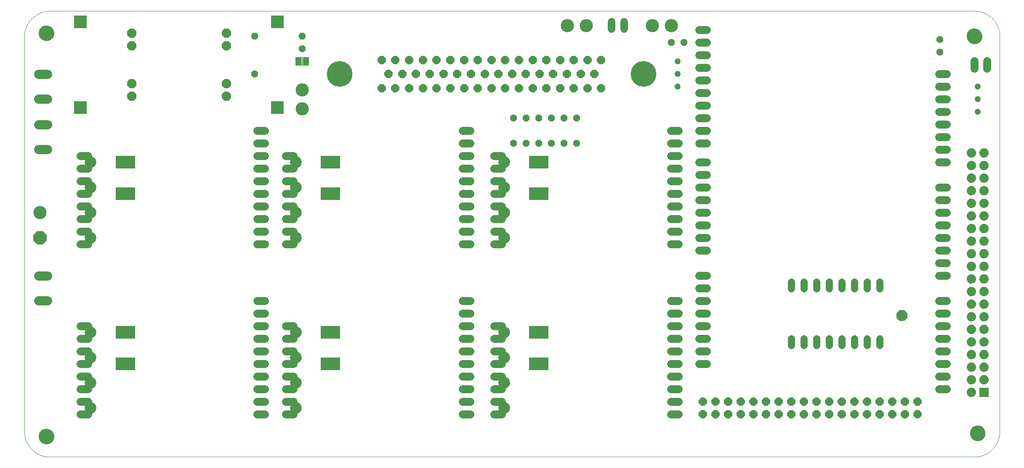
<source format=gts>
G04 EAGLE Gerber RS-274X export*
G75*
%MOMM*%
%FSLAX34Y34*%
%LPD*%
%INTop Soldermask*%
%IPPOS*%
%AMOC8*
5,1,8,0,0,1.08239X$1,22.5*%
G01*
%ADD10C,0.000000*%
%ADD11C,2.641600*%
%ADD12P,2.859241X8X292.500000*%
%ADD13P,1.539592X8X112.500000*%
%ADD14P,1.759533X8X202.500000*%
%ADD15C,5.181600*%
%ADD16C,1.892300*%
%ADD17C,1.625600*%
%ADD18P,1.759533X8X22.500000*%
%ADD19R,1.879600X1.879600*%
%ADD20C,1.879600*%
%ADD21R,3.911600X2.601600*%
%ADD22C,3.101600*%
%ADD23C,1.219200*%
%ADD24P,1.539592X8X292.500000*%
%ADD25C,1.422400*%
%ADD26R,1.270000X1.701800*%
%ADD27R,0.152400X1.828800*%
%ADD28C,2.654300*%
%ADD29P,2.034460X8X22.500000*%
%ADD30R,2.601600X2.601600*%
%ADD31C,2.351600*%
%ADD32P,1.539592X8X202.500000*%
%ADD33C,1.524000*%
%ADD34P,2.446851X8X22.500000*%


D10*
X51000Y760D02*
X1911350Y760D01*
X1912578Y775D01*
X1913804Y819D01*
X1915030Y893D01*
X1916253Y997D01*
X1917473Y1130D01*
X1918690Y1293D01*
X1919903Y1485D01*
X1921110Y1706D01*
X1922312Y1957D01*
X1923507Y2236D01*
X1924696Y2544D01*
X1925876Y2881D01*
X1927048Y3246D01*
X1928211Y3640D01*
X1929364Y4061D01*
X1930506Y4510D01*
X1931638Y4987D01*
X1932757Y5491D01*
X1933864Y6022D01*
X1934958Y6579D01*
X1936038Y7162D01*
X1937104Y7772D01*
X1938154Y8407D01*
X1939189Y9067D01*
X1940208Y9752D01*
X1941209Y10462D01*
X1942194Y11195D01*
X1943160Y11953D01*
X1944108Y12733D01*
X1945037Y13536D01*
X1945946Y14361D01*
X1946834Y15208D01*
X1947702Y16076D01*
X1948549Y16964D01*
X1949374Y17873D01*
X1950177Y18802D01*
X1950957Y19750D01*
X1951715Y20716D01*
X1952448Y21701D01*
X1953158Y22702D01*
X1953843Y23721D01*
X1954503Y24756D01*
X1955138Y25806D01*
X1955748Y26872D01*
X1956331Y27952D01*
X1956888Y29046D01*
X1957419Y30153D01*
X1957923Y31272D01*
X1958400Y32404D01*
X1958849Y33546D01*
X1959270Y34699D01*
X1959664Y35862D01*
X1960029Y37034D01*
X1960366Y38214D01*
X1960674Y39403D01*
X1960953Y40598D01*
X1961204Y41800D01*
X1961425Y43007D01*
X1961617Y44220D01*
X1961780Y45437D01*
X1961913Y46657D01*
X1962017Y47880D01*
X1962091Y49106D01*
X1962135Y50332D01*
X1962150Y51560D01*
X1962150Y848360D01*
X1962135Y849588D01*
X1962091Y850814D01*
X1962017Y852040D01*
X1961913Y853263D01*
X1961780Y854483D01*
X1961617Y855700D01*
X1961425Y856913D01*
X1961204Y858120D01*
X1960953Y859322D01*
X1960674Y860517D01*
X1960366Y861706D01*
X1960029Y862886D01*
X1959664Y864058D01*
X1959270Y865221D01*
X1958849Y866374D01*
X1958400Y867516D01*
X1957923Y868648D01*
X1957419Y869767D01*
X1956888Y870874D01*
X1956331Y871968D01*
X1955748Y873048D01*
X1955138Y874114D01*
X1954503Y875164D01*
X1953843Y876199D01*
X1953158Y877218D01*
X1952448Y878219D01*
X1951715Y879204D01*
X1950957Y880170D01*
X1950177Y881118D01*
X1949374Y882047D01*
X1948549Y882956D01*
X1947702Y883844D01*
X1946834Y884712D01*
X1945946Y885559D01*
X1945037Y886384D01*
X1944108Y887187D01*
X1943160Y887967D01*
X1942194Y888725D01*
X1941209Y889458D01*
X1940208Y890168D01*
X1939189Y890853D01*
X1938154Y891513D01*
X1937104Y892148D01*
X1936038Y892758D01*
X1934958Y893341D01*
X1933864Y893898D01*
X1932757Y894429D01*
X1931638Y894933D01*
X1930506Y895410D01*
X1929364Y895859D01*
X1928211Y896280D01*
X1927048Y896674D01*
X1925876Y897039D01*
X1924696Y897376D01*
X1923507Y897684D01*
X1922312Y897963D01*
X1921110Y898214D01*
X1919903Y898435D01*
X1918690Y898627D01*
X1917473Y898790D01*
X1916253Y898923D01*
X1915030Y899027D01*
X1913804Y899101D01*
X1912578Y899145D01*
X1911350Y899160D01*
X51000Y899160D01*
X49772Y899145D01*
X48546Y899101D01*
X47320Y899027D01*
X46097Y898923D01*
X44877Y898790D01*
X43660Y898627D01*
X42447Y898435D01*
X41240Y898214D01*
X40038Y897963D01*
X38843Y897684D01*
X37654Y897376D01*
X36474Y897039D01*
X35302Y896674D01*
X34139Y896280D01*
X32986Y895859D01*
X31844Y895410D01*
X30712Y894933D01*
X29593Y894429D01*
X28486Y893898D01*
X27392Y893341D01*
X26312Y892758D01*
X25246Y892148D01*
X24196Y891513D01*
X23161Y890853D01*
X22142Y890168D01*
X21141Y889458D01*
X20156Y888725D01*
X19190Y887967D01*
X18242Y887187D01*
X17313Y886384D01*
X16404Y885559D01*
X15516Y884712D01*
X14648Y883844D01*
X13801Y882956D01*
X12976Y882047D01*
X12173Y881118D01*
X11393Y880170D01*
X10635Y879204D01*
X9902Y878219D01*
X9192Y877218D01*
X8507Y876199D01*
X7847Y875164D01*
X7212Y874114D01*
X6602Y873048D01*
X6019Y871968D01*
X5462Y870874D01*
X4931Y869767D01*
X4427Y868648D01*
X3950Y867516D01*
X3501Y866374D01*
X3080Y865221D01*
X2686Y864058D01*
X2321Y862886D01*
X1984Y861706D01*
X1676Y860517D01*
X1397Y859322D01*
X1146Y858120D01*
X925Y856913D01*
X733Y855700D01*
X570Y854483D01*
X437Y853263D01*
X333Y852040D01*
X259Y850814D01*
X215Y849588D01*
X200Y848360D01*
X200Y51560D01*
X215Y50332D01*
X259Y49106D01*
X333Y47880D01*
X437Y46657D01*
X570Y45437D01*
X733Y44220D01*
X925Y43007D01*
X1146Y41800D01*
X1397Y40598D01*
X1676Y39403D01*
X1984Y38214D01*
X2321Y37034D01*
X2686Y35862D01*
X3080Y34699D01*
X3501Y33546D01*
X3950Y32404D01*
X4427Y31272D01*
X4931Y30153D01*
X5462Y29046D01*
X6019Y27952D01*
X6602Y26872D01*
X7212Y25806D01*
X7847Y24756D01*
X8507Y23721D01*
X9192Y22702D01*
X9902Y21701D01*
X10635Y20716D01*
X11393Y19750D01*
X12173Y18802D01*
X12976Y17873D01*
X13801Y16964D01*
X14648Y16076D01*
X15516Y15208D01*
X16404Y14361D01*
X17313Y13536D01*
X18242Y12733D01*
X19190Y11953D01*
X20156Y11195D01*
X21141Y10462D01*
X22142Y9752D01*
X23161Y9067D01*
X24196Y8407D01*
X25246Y7772D01*
X26312Y7162D01*
X27392Y6579D01*
X28486Y6022D01*
X29593Y5491D01*
X30712Y4987D01*
X31844Y4510D01*
X32986Y4061D01*
X34139Y3640D01*
X35302Y3246D01*
X36474Y2881D01*
X37654Y2544D01*
X38843Y2236D01*
X40038Y1957D01*
X41240Y1706D01*
X42447Y1485D01*
X43660Y1293D01*
X44877Y1130D01*
X46097Y997D01*
X47320Y893D01*
X48546Y819D01*
X49772Y775D01*
X51000Y760D01*
D11*
X31750Y492760D03*
D12*
X31750Y441960D03*
D13*
X984250Y632460D03*
X984250Y683260D03*
X1009650Y632460D03*
X1009650Y683260D03*
X1035050Y632460D03*
X1035050Y683260D03*
X1085850Y632460D03*
X1085850Y683260D03*
X1060450Y632460D03*
X1060450Y683260D03*
X1111250Y632460D03*
X1111250Y683260D03*
D14*
X1160526Y800608D03*
X1133094Y800608D03*
X1105408Y800608D03*
X1077722Y800608D03*
X1050290Y800608D03*
X1022604Y800608D03*
X994918Y800608D03*
X967486Y800608D03*
X939800Y800608D03*
X912114Y800608D03*
X884682Y800608D03*
X856996Y800608D03*
X1146810Y772160D03*
X1119124Y772160D03*
X1091692Y772160D03*
X1064006Y772160D03*
X1036320Y772160D03*
X1008888Y772160D03*
X981202Y772160D03*
X953516Y772160D03*
X926084Y772160D03*
X898398Y772160D03*
X870712Y772160D03*
X829310Y800608D03*
X801878Y800608D03*
X774192Y800608D03*
X746506Y800608D03*
X843280Y772160D03*
X815594Y772160D03*
X787908Y772160D03*
X760476Y772160D03*
X719074Y800608D03*
X732790Y772160D03*
X1160526Y743712D03*
X1133094Y743712D03*
X1105408Y743712D03*
X1077722Y743712D03*
X1050290Y743712D03*
X1022604Y743712D03*
X994918Y743712D03*
X967486Y743712D03*
X939800Y743712D03*
X912114Y743712D03*
X884682Y743712D03*
X856996Y743712D03*
X829310Y743712D03*
X801878Y743712D03*
X774192Y743712D03*
X746506Y743712D03*
X719074Y743712D03*
D15*
X634238Y772160D03*
X1245362Y772160D03*
D16*
X47054Y620160D02*
X29147Y620160D01*
X29147Y670160D02*
X47054Y670160D01*
D17*
X1840230Y721360D02*
X1855470Y721360D01*
X1855470Y695960D02*
X1840230Y695960D01*
X1840230Y670560D02*
X1855470Y670560D01*
X1855470Y645160D02*
X1840230Y645160D01*
X1840230Y619760D02*
X1855470Y619760D01*
X1855470Y594360D02*
X1840230Y594360D01*
X1840230Y543560D02*
X1855470Y543560D01*
X1855470Y518160D02*
X1840230Y518160D01*
X1840230Y492760D02*
X1855470Y492760D01*
X1855470Y467360D02*
X1840230Y467360D01*
X1840230Y441960D02*
X1855470Y441960D01*
X1855470Y416560D02*
X1840230Y416560D01*
X1840230Y391160D02*
X1855470Y391160D01*
X1855470Y365760D02*
X1840230Y365760D01*
X1840230Y314960D02*
X1855470Y314960D01*
X1855470Y289560D02*
X1840230Y289560D01*
X1840230Y264160D02*
X1855470Y264160D01*
X1855470Y238760D02*
X1840230Y238760D01*
X1840230Y213360D02*
X1855470Y213360D01*
X1855470Y187960D02*
X1840230Y187960D01*
X1840230Y162560D02*
X1855470Y162560D01*
X1855470Y137160D02*
X1840230Y137160D01*
X1372870Y187960D02*
X1357630Y187960D01*
X1357630Y213360D02*
X1372870Y213360D01*
X1372870Y238760D02*
X1357630Y238760D01*
X1357630Y264160D02*
X1372870Y264160D01*
X1372870Y289560D02*
X1357630Y289560D01*
X1357630Y314960D02*
X1372870Y314960D01*
X1372870Y340360D02*
X1357630Y340360D01*
X1357630Y365760D02*
X1372870Y365760D01*
X1372870Y416560D02*
X1357630Y416560D01*
X1357630Y441960D02*
X1372870Y441960D01*
X1372870Y467360D02*
X1357630Y467360D01*
X1357630Y492760D02*
X1372870Y492760D01*
X1372870Y518160D02*
X1357630Y518160D01*
X1357630Y543560D02*
X1372870Y543560D01*
X1372870Y568960D02*
X1357630Y568960D01*
X1357630Y594360D02*
X1372870Y594360D01*
X1372870Y632460D02*
X1357630Y632460D01*
X1357630Y657860D02*
X1372870Y657860D01*
X1372870Y683260D02*
X1357630Y683260D01*
X1357630Y708660D02*
X1372870Y708660D01*
X1372870Y734060D02*
X1357630Y734060D01*
X1357630Y759460D02*
X1372870Y759460D01*
X1372870Y784860D02*
X1357630Y784860D01*
X1357630Y810260D02*
X1372870Y810260D01*
D18*
X1365250Y111760D03*
X1365250Y86360D03*
X1390650Y111760D03*
X1390650Y86360D03*
X1416050Y111760D03*
X1416050Y86360D03*
X1441450Y111760D03*
X1441450Y86360D03*
X1466850Y111760D03*
X1466850Y86360D03*
X1492250Y111760D03*
X1492250Y86360D03*
X1517650Y111760D03*
X1517650Y86360D03*
X1543050Y111760D03*
X1543050Y86360D03*
X1568450Y111760D03*
X1568450Y86360D03*
X1593850Y111760D03*
X1593850Y86360D03*
X1619250Y111760D03*
X1619250Y86360D03*
X1644650Y111760D03*
X1644650Y86360D03*
X1670050Y111760D03*
X1670050Y86360D03*
X1695450Y111760D03*
X1695450Y86360D03*
X1720850Y111760D03*
X1720850Y86360D03*
X1746250Y111760D03*
X1746250Y86360D03*
X1771650Y111760D03*
X1771650Y86360D03*
X1797050Y111760D03*
X1797050Y86360D03*
D17*
X1372870Y835660D02*
X1357630Y835660D01*
X1357630Y861060D02*
X1372870Y861060D01*
X1840230Y772160D02*
X1855470Y772160D01*
X1855470Y746760D02*
X1840230Y746760D01*
D19*
X1930400Y130810D03*
D20*
X1905000Y130810D03*
X1930400Y156210D03*
X1905000Y156210D03*
X1930400Y181610D03*
X1905000Y181610D03*
X1930400Y207010D03*
X1905000Y207010D03*
X1930400Y232410D03*
X1905000Y232410D03*
X1930400Y257810D03*
X1905000Y257810D03*
X1930400Y283210D03*
X1905000Y283210D03*
X1930400Y308610D03*
X1905000Y308610D03*
X1930400Y334010D03*
X1905000Y334010D03*
X1930400Y359410D03*
X1905000Y359410D03*
X1930400Y384810D03*
X1905000Y384810D03*
X1930400Y410210D03*
X1905000Y410210D03*
X1930400Y435610D03*
X1905000Y435610D03*
X1930400Y461010D03*
X1905000Y461010D03*
X1930400Y486410D03*
X1905000Y486410D03*
X1930400Y511810D03*
X1905000Y511810D03*
X1930400Y537210D03*
X1905000Y537210D03*
X1930400Y562610D03*
X1905000Y562610D03*
X1930400Y588010D03*
X1905000Y588010D03*
X1930400Y613410D03*
X1905000Y613410D03*
D21*
X1035050Y594360D03*
X1035050Y530860D03*
D10*
X29450Y41910D02*
X29455Y42278D01*
X29468Y42646D01*
X29491Y43013D01*
X29522Y43380D01*
X29563Y43746D01*
X29612Y44111D01*
X29671Y44474D01*
X29738Y44836D01*
X29814Y45197D01*
X29900Y45555D01*
X29993Y45911D01*
X30096Y46264D01*
X30207Y46615D01*
X30327Y46963D01*
X30455Y47308D01*
X30592Y47650D01*
X30737Y47989D01*
X30890Y48323D01*
X31052Y48654D01*
X31221Y48981D01*
X31399Y49303D01*
X31584Y49622D01*
X31777Y49935D01*
X31978Y50244D01*
X32186Y50547D01*
X32402Y50845D01*
X32625Y51138D01*
X32855Y51426D01*
X33092Y51708D01*
X33336Y51983D01*
X33586Y52253D01*
X33843Y52517D01*
X34107Y52774D01*
X34377Y53024D01*
X34652Y53268D01*
X34934Y53505D01*
X35222Y53735D01*
X35515Y53958D01*
X35813Y54174D01*
X36116Y54382D01*
X36425Y54583D01*
X36738Y54776D01*
X37057Y54961D01*
X37379Y55139D01*
X37706Y55308D01*
X38037Y55470D01*
X38371Y55623D01*
X38710Y55768D01*
X39052Y55905D01*
X39397Y56033D01*
X39745Y56153D01*
X40096Y56264D01*
X40449Y56367D01*
X40805Y56460D01*
X41163Y56546D01*
X41524Y56622D01*
X41886Y56689D01*
X42249Y56748D01*
X42614Y56797D01*
X42980Y56838D01*
X43347Y56869D01*
X43714Y56892D01*
X44082Y56905D01*
X44450Y56910D01*
X44818Y56905D01*
X45186Y56892D01*
X45553Y56869D01*
X45920Y56838D01*
X46286Y56797D01*
X46651Y56748D01*
X47014Y56689D01*
X47376Y56622D01*
X47737Y56546D01*
X48095Y56460D01*
X48451Y56367D01*
X48804Y56264D01*
X49155Y56153D01*
X49503Y56033D01*
X49848Y55905D01*
X50190Y55768D01*
X50529Y55623D01*
X50863Y55470D01*
X51194Y55308D01*
X51521Y55139D01*
X51843Y54961D01*
X52162Y54776D01*
X52475Y54583D01*
X52784Y54382D01*
X53087Y54174D01*
X53385Y53958D01*
X53678Y53735D01*
X53966Y53505D01*
X54248Y53268D01*
X54523Y53024D01*
X54793Y52774D01*
X55057Y52517D01*
X55314Y52253D01*
X55564Y51983D01*
X55808Y51708D01*
X56045Y51426D01*
X56275Y51138D01*
X56498Y50845D01*
X56714Y50547D01*
X56922Y50244D01*
X57123Y49935D01*
X57316Y49622D01*
X57501Y49303D01*
X57679Y48981D01*
X57848Y48654D01*
X58010Y48323D01*
X58163Y47989D01*
X58308Y47650D01*
X58445Y47308D01*
X58573Y46963D01*
X58693Y46615D01*
X58804Y46264D01*
X58907Y45911D01*
X59000Y45555D01*
X59086Y45197D01*
X59162Y44836D01*
X59229Y44474D01*
X59288Y44111D01*
X59337Y43746D01*
X59378Y43380D01*
X59409Y43013D01*
X59432Y42646D01*
X59445Y42278D01*
X59450Y41910D01*
X59445Y41542D01*
X59432Y41174D01*
X59409Y40807D01*
X59378Y40440D01*
X59337Y40074D01*
X59288Y39709D01*
X59229Y39346D01*
X59162Y38984D01*
X59086Y38623D01*
X59000Y38265D01*
X58907Y37909D01*
X58804Y37556D01*
X58693Y37205D01*
X58573Y36857D01*
X58445Y36512D01*
X58308Y36170D01*
X58163Y35831D01*
X58010Y35497D01*
X57848Y35166D01*
X57679Y34839D01*
X57501Y34517D01*
X57316Y34198D01*
X57123Y33885D01*
X56922Y33576D01*
X56714Y33273D01*
X56498Y32975D01*
X56275Y32682D01*
X56045Y32394D01*
X55808Y32112D01*
X55564Y31837D01*
X55314Y31567D01*
X55057Y31303D01*
X54793Y31046D01*
X54523Y30796D01*
X54248Y30552D01*
X53966Y30315D01*
X53678Y30085D01*
X53385Y29862D01*
X53087Y29646D01*
X52784Y29438D01*
X52475Y29237D01*
X52162Y29044D01*
X51843Y28859D01*
X51521Y28681D01*
X51194Y28512D01*
X50863Y28350D01*
X50529Y28197D01*
X50190Y28052D01*
X49848Y27915D01*
X49503Y27787D01*
X49155Y27667D01*
X48804Y27556D01*
X48451Y27453D01*
X48095Y27360D01*
X47737Y27274D01*
X47376Y27198D01*
X47014Y27131D01*
X46651Y27072D01*
X46286Y27023D01*
X45920Y26982D01*
X45553Y26951D01*
X45186Y26928D01*
X44818Y26915D01*
X44450Y26910D01*
X44082Y26915D01*
X43714Y26928D01*
X43347Y26951D01*
X42980Y26982D01*
X42614Y27023D01*
X42249Y27072D01*
X41886Y27131D01*
X41524Y27198D01*
X41163Y27274D01*
X40805Y27360D01*
X40449Y27453D01*
X40096Y27556D01*
X39745Y27667D01*
X39397Y27787D01*
X39052Y27915D01*
X38710Y28052D01*
X38371Y28197D01*
X38037Y28350D01*
X37706Y28512D01*
X37379Y28681D01*
X37057Y28859D01*
X36738Y29044D01*
X36425Y29237D01*
X36116Y29438D01*
X35813Y29646D01*
X35515Y29862D01*
X35222Y30085D01*
X34934Y30315D01*
X34652Y30552D01*
X34377Y30796D01*
X34107Y31046D01*
X33843Y31303D01*
X33586Y31567D01*
X33336Y31837D01*
X33092Y32112D01*
X32855Y32394D01*
X32625Y32682D01*
X32402Y32975D01*
X32186Y33273D01*
X31978Y33576D01*
X31777Y33885D01*
X31584Y34198D01*
X31399Y34517D01*
X31221Y34839D01*
X31052Y35166D01*
X30890Y35497D01*
X30737Y35831D01*
X30592Y36170D01*
X30455Y36512D01*
X30327Y36857D01*
X30207Y37205D01*
X30096Y37556D01*
X29993Y37909D01*
X29900Y38265D01*
X29814Y38623D01*
X29738Y38984D01*
X29671Y39346D01*
X29612Y39709D01*
X29563Y40074D01*
X29522Y40440D01*
X29491Y40807D01*
X29468Y41174D01*
X29455Y41542D01*
X29450Y41910D01*
D22*
X44450Y41910D03*
D10*
X29450Y854710D02*
X29455Y855078D01*
X29468Y855446D01*
X29491Y855813D01*
X29522Y856180D01*
X29563Y856546D01*
X29612Y856911D01*
X29671Y857274D01*
X29738Y857636D01*
X29814Y857997D01*
X29900Y858355D01*
X29993Y858711D01*
X30096Y859064D01*
X30207Y859415D01*
X30327Y859763D01*
X30455Y860108D01*
X30592Y860450D01*
X30737Y860789D01*
X30890Y861123D01*
X31052Y861454D01*
X31221Y861781D01*
X31399Y862103D01*
X31584Y862422D01*
X31777Y862735D01*
X31978Y863044D01*
X32186Y863347D01*
X32402Y863645D01*
X32625Y863938D01*
X32855Y864226D01*
X33092Y864508D01*
X33336Y864783D01*
X33586Y865053D01*
X33843Y865317D01*
X34107Y865574D01*
X34377Y865824D01*
X34652Y866068D01*
X34934Y866305D01*
X35222Y866535D01*
X35515Y866758D01*
X35813Y866974D01*
X36116Y867182D01*
X36425Y867383D01*
X36738Y867576D01*
X37057Y867761D01*
X37379Y867939D01*
X37706Y868108D01*
X38037Y868270D01*
X38371Y868423D01*
X38710Y868568D01*
X39052Y868705D01*
X39397Y868833D01*
X39745Y868953D01*
X40096Y869064D01*
X40449Y869167D01*
X40805Y869260D01*
X41163Y869346D01*
X41524Y869422D01*
X41886Y869489D01*
X42249Y869548D01*
X42614Y869597D01*
X42980Y869638D01*
X43347Y869669D01*
X43714Y869692D01*
X44082Y869705D01*
X44450Y869710D01*
X44818Y869705D01*
X45186Y869692D01*
X45553Y869669D01*
X45920Y869638D01*
X46286Y869597D01*
X46651Y869548D01*
X47014Y869489D01*
X47376Y869422D01*
X47737Y869346D01*
X48095Y869260D01*
X48451Y869167D01*
X48804Y869064D01*
X49155Y868953D01*
X49503Y868833D01*
X49848Y868705D01*
X50190Y868568D01*
X50529Y868423D01*
X50863Y868270D01*
X51194Y868108D01*
X51521Y867939D01*
X51843Y867761D01*
X52162Y867576D01*
X52475Y867383D01*
X52784Y867182D01*
X53087Y866974D01*
X53385Y866758D01*
X53678Y866535D01*
X53966Y866305D01*
X54248Y866068D01*
X54523Y865824D01*
X54793Y865574D01*
X55057Y865317D01*
X55314Y865053D01*
X55564Y864783D01*
X55808Y864508D01*
X56045Y864226D01*
X56275Y863938D01*
X56498Y863645D01*
X56714Y863347D01*
X56922Y863044D01*
X57123Y862735D01*
X57316Y862422D01*
X57501Y862103D01*
X57679Y861781D01*
X57848Y861454D01*
X58010Y861123D01*
X58163Y860789D01*
X58308Y860450D01*
X58445Y860108D01*
X58573Y859763D01*
X58693Y859415D01*
X58804Y859064D01*
X58907Y858711D01*
X59000Y858355D01*
X59086Y857997D01*
X59162Y857636D01*
X59229Y857274D01*
X59288Y856911D01*
X59337Y856546D01*
X59378Y856180D01*
X59409Y855813D01*
X59432Y855446D01*
X59445Y855078D01*
X59450Y854710D01*
X59445Y854342D01*
X59432Y853974D01*
X59409Y853607D01*
X59378Y853240D01*
X59337Y852874D01*
X59288Y852509D01*
X59229Y852146D01*
X59162Y851784D01*
X59086Y851423D01*
X59000Y851065D01*
X58907Y850709D01*
X58804Y850356D01*
X58693Y850005D01*
X58573Y849657D01*
X58445Y849312D01*
X58308Y848970D01*
X58163Y848631D01*
X58010Y848297D01*
X57848Y847966D01*
X57679Y847639D01*
X57501Y847317D01*
X57316Y846998D01*
X57123Y846685D01*
X56922Y846376D01*
X56714Y846073D01*
X56498Y845775D01*
X56275Y845482D01*
X56045Y845194D01*
X55808Y844912D01*
X55564Y844637D01*
X55314Y844367D01*
X55057Y844103D01*
X54793Y843846D01*
X54523Y843596D01*
X54248Y843352D01*
X53966Y843115D01*
X53678Y842885D01*
X53385Y842662D01*
X53087Y842446D01*
X52784Y842238D01*
X52475Y842037D01*
X52162Y841844D01*
X51843Y841659D01*
X51521Y841481D01*
X51194Y841312D01*
X50863Y841150D01*
X50529Y840997D01*
X50190Y840852D01*
X49848Y840715D01*
X49503Y840587D01*
X49155Y840467D01*
X48804Y840356D01*
X48451Y840253D01*
X48095Y840160D01*
X47737Y840074D01*
X47376Y839998D01*
X47014Y839931D01*
X46651Y839872D01*
X46286Y839823D01*
X45920Y839782D01*
X45553Y839751D01*
X45186Y839728D01*
X44818Y839715D01*
X44450Y839710D01*
X44082Y839715D01*
X43714Y839728D01*
X43347Y839751D01*
X42980Y839782D01*
X42614Y839823D01*
X42249Y839872D01*
X41886Y839931D01*
X41524Y839998D01*
X41163Y840074D01*
X40805Y840160D01*
X40449Y840253D01*
X40096Y840356D01*
X39745Y840467D01*
X39397Y840587D01*
X39052Y840715D01*
X38710Y840852D01*
X38371Y840997D01*
X38037Y841150D01*
X37706Y841312D01*
X37379Y841481D01*
X37057Y841659D01*
X36738Y841844D01*
X36425Y842037D01*
X36116Y842238D01*
X35813Y842446D01*
X35515Y842662D01*
X35222Y842885D01*
X34934Y843115D01*
X34652Y843352D01*
X34377Y843596D01*
X34107Y843846D01*
X33843Y844103D01*
X33586Y844367D01*
X33336Y844637D01*
X33092Y844912D01*
X32855Y845194D01*
X32625Y845482D01*
X32402Y845775D01*
X32186Y846073D01*
X31978Y846376D01*
X31777Y846685D01*
X31584Y846998D01*
X31399Y847317D01*
X31221Y847639D01*
X31052Y847966D01*
X30890Y848297D01*
X30737Y848631D01*
X30592Y848970D01*
X30455Y849312D01*
X30327Y849657D01*
X30207Y850005D01*
X30096Y850356D01*
X29993Y850709D01*
X29900Y851065D01*
X29814Y851423D01*
X29738Y851784D01*
X29671Y852146D01*
X29612Y852509D01*
X29563Y852874D01*
X29522Y853240D01*
X29491Y853607D01*
X29468Y853974D01*
X29455Y854342D01*
X29450Y854710D01*
D22*
X44450Y854710D03*
D10*
X1896350Y848360D02*
X1896355Y848728D01*
X1896368Y849096D01*
X1896391Y849463D01*
X1896422Y849830D01*
X1896463Y850196D01*
X1896512Y850561D01*
X1896571Y850924D01*
X1896638Y851286D01*
X1896714Y851647D01*
X1896800Y852005D01*
X1896893Y852361D01*
X1896996Y852714D01*
X1897107Y853065D01*
X1897227Y853413D01*
X1897355Y853758D01*
X1897492Y854100D01*
X1897637Y854439D01*
X1897790Y854773D01*
X1897952Y855104D01*
X1898121Y855431D01*
X1898299Y855753D01*
X1898484Y856072D01*
X1898677Y856385D01*
X1898878Y856694D01*
X1899086Y856997D01*
X1899302Y857295D01*
X1899525Y857588D01*
X1899755Y857876D01*
X1899992Y858158D01*
X1900236Y858433D01*
X1900486Y858703D01*
X1900743Y858967D01*
X1901007Y859224D01*
X1901277Y859474D01*
X1901552Y859718D01*
X1901834Y859955D01*
X1902122Y860185D01*
X1902415Y860408D01*
X1902713Y860624D01*
X1903016Y860832D01*
X1903325Y861033D01*
X1903638Y861226D01*
X1903957Y861411D01*
X1904279Y861589D01*
X1904606Y861758D01*
X1904937Y861920D01*
X1905271Y862073D01*
X1905610Y862218D01*
X1905952Y862355D01*
X1906297Y862483D01*
X1906645Y862603D01*
X1906996Y862714D01*
X1907349Y862817D01*
X1907705Y862910D01*
X1908063Y862996D01*
X1908424Y863072D01*
X1908786Y863139D01*
X1909149Y863198D01*
X1909514Y863247D01*
X1909880Y863288D01*
X1910247Y863319D01*
X1910614Y863342D01*
X1910982Y863355D01*
X1911350Y863360D01*
X1911718Y863355D01*
X1912086Y863342D01*
X1912453Y863319D01*
X1912820Y863288D01*
X1913186Y863247D01*
X1913551Y863198D01*
X1913914Y863139D01*
X1914276Y863072D01*
X1914637Y862996D01*
X1914995Y862910D01*
X1915351Y862817D01*
X1915704Y862714D01*
X1916055Y862603D01*
X1916403Y862483D01*
X1916748Y862355D01*
X1917090Y862218D01*
X1917429Y862073D01*
X1917763Y861920D01*
X1918094Y861758D01*
X1918421Y861589D01*
X1918743Y861411D01*
X1919062Y861226D01*
X1919375Y861033D01*
X1919684Y860832D01*
X1919987Y860624D01*
X1920285Y860408D01*
X1920578Y860185D01*
X1920866Y859955D01*
X1921148Y859718D01*
X1921423Y859474D01*
X1921693Y859224D01*
X1921957Y858967D01*
X1922214Y858703D01*
X1922464Y858433D01*
X1922708Y858158D01*
X1922945Y857876D01*
X1923175Y857588D01*
X1923398Y857295D01*
X1923614Y856997D01*
X1923822Y856694D01*
X1924023Y856385D01*
X1924216Y856072D01*
X1924401Y855753D01*
X1924579Y855431D01*
X1924748Y855104D01*
X1924910Y854773D01*
X1925063Y854439D01*
X1925208Y854100D01*
X1925345Y853758D01*
X1925473Y853413D01*
X1925593Y853065D01*
X1925704Y852714D01*
X1925807Y852361D01*
X1925900Y852005D01*
X1925986Y851647D01*
X1926062Y851286D01*
X1926129Y850924D01*
X1926188Y850561D01*
X1926237Y850196D01*
X1926278Y849830D01*
X1926309Y849463D01*
X1926332Y849096D01*
X1926345Y848728D01*
X1926350Y848360D01*
X1926345Y847992D01*
X1926332Y847624D01*
X1926309Y847257D01*
X1926278Y846890D01*
X1926237Y846524D01*
X1926188Y846159D01*
X1926129Y845796D01*
X1926062Y845434D01*
X1925986Y845073D01*
X1925900Y844715D01*
X1925807Y844359D01*
X1925704Y844006D01*
X1925593Y843655D01*
X1925473Y843307D01*
X1925345Y842962D01*
X1925208Y842620D01*
X1925063Y842281D01*
X1924910Y841947D01*
X1924748Y841616D01*
X1924579Y841289D01*
X1924401Y840967D01*
X1924216Y840648D01*
X1924023Y840335D01*
X1923822Y840026D01*
X1923614Y839723D01*
X1923398Y839425D01*
X1923175Y839132D01*
X1922945Y838844D01*
X1922708Y838562D01*
X1922464Y838287D01*
X1922214Y838017D01*
X1921957Y837753D01*
X1921693Y837496D01*
X1921423Y837246D01*
X1921148Y837002D01*
X1920866Y836765D01*
X1920578Y836535D01*
X1920285Y836312D01*
X1919987Y836096D01*
X1919684Y835888D01*
X1919375Y835687D01*
X1919062Y835494D01*
X1918743Y835309D01*
X1918421Y835131D01*
X1918094Y834962D01*
X1917763Y834800D01*
X1917429Y834647D01*
X1917090Y834502D01*
X1916748Y834365D01*
X1916403Y834237D01*
X1916055Y834117D01*
X1915704Y834006D01*
X1915351Y833903D01*
X1914995Y833810D01*
X1914637Y833724D01*
X1914276Y833648D01*
X1913914Y833581D01*
X1913551Y833522D01*
X1913186Y833473D01*
X1912820Y833432D01*
X1912453Y833401D01*
X1912086Y833378D01*
X1911718Y833365D01*
X1911350Y833360D01*
X1910982Y833365D01*
X1910614Y833378D01*
X1910247Y833401D01*
X1909880Y833432D01*
X1909514Y833473D01*
X1909149Y833522D01*
X1908786Y833581D01*
X1908424Y833648D01*
X1908063Y833724D01*
X1907705Y833810D01*
X1907349Y833903D01*
X1906996Y834006D01*
X1906645Y834117D01*
X1906297Y834237D01*
X1905952Y834365D01*
X1905610Y834502D01*
X1905271Y834647D01*
X1904937Y834800D01*
X1904606Y834962D01*
X1904279Y835131D01*
X1903957Y835309D01*
X1903638Y835494D01*
X1903325Y835687D01*
X1903016Y835888D01*
X1902713Y836096D01*
X1902415Y836312D01*
X1902122Y836535D01*
X1901834Y836765D01*
X1901552Y837002D01*
X1901277Y837246D01*
X1901007Y837496D01*
X1900743Y837753D01*
X1900486Y838017D01*
X1900236Y838287D01*
X1899992Y838562D01*
X1899755Y838844D01*
X1899525Y839132D01*
X1899302Y839425D01*
X1899086Y839723D01*
X1898878Y840026D01*
X1898677Y840335D01*
X1898484Y840648D01*
X1898299Y840967D01*
X1898121Y841289D01*
X1897952Y841616D01*
X1897790Y841947D01*
X1897637Y842281D01*
X1897492Y842620D01*
X1897355Y842962D01*
X1897227Y843307D01*
X1897107Y843655D01*
X1896996Y844006D01*
X1896893Y844359D01*
X1896800Y844715D01*
X1896714Y845073D01*
X1896638Y845434D01*
X1896571Y845796D01*
X1896512Y846159D01*
X1896463Y846524D01*
X1896422Y846890D01*
X1896391Y847257D01*
X1896368Y847624D01*
X1896355Y847992D01*
X1896350Y848360D01*
D22*
X1911350Y848360D03*
D23*
X1917700Y746760D03*
X1917700Y721360D03*
X1917700Y695960D03*
D24*
X1841500Y842010D03*
X1841500Y816610D03*
D17*
X1911350Y798830D02*
X1911350Y783590D01*
X1936750Y783590D02*
X1936750Y798830D01*
D10*
X1902700Y48260D02*
X1902705Y48628D01*
X1902718Y48996D01*
X1902741Y49363D01*
X1902772Y49730D01*
X1902813Y50096D01*
X1902862Y50461D01*
X1902921Y50824D01*
X1902988Y51186D01*
X1903064Y51547D01*
X1903150Y51905D01*
X1903243Y52261D01*
X1903346Y52614D01*
X1903457Y52965D01*
X1903577Y53313D01*
X1903705Y53658D01*
X1903842Y54000D01*
X1903987Y54339D01*
X1904140Y54673D01*
X1904302Y55004D01*
X1904471Y55331D01*
X1904649Y55653D01*
X1904834Y55972D01*
X1905027Y56285D01*
X1905228Y56594D01*
X1905436Y56897D01*
X1905652Y57195D01*
X1905875Y57488D01*
X1906105Y57776D01*
X1906342Y58058D01*
X1906586Y58333D01*
X1906836Y58603D01*
X1907093Y58867D01*
X1907357Y59124D01*
X1907627Y59374D01*
X1907902Y59618D01*
X1908184Y59855D01*
X1908472Y60085D01*
X1908765Y60308D01*
X1909063Y60524D01*
X1909366Y60732D01*
X1909675Y60933D01*
X1909988Y61126D01*
X1910307Y61311D01*
X1910629Y61489D01*
X1910956Y61658D01*
X1911287Y61820D01*
X1911621Y61973D01*
X1911960Y62118D01*
X1912302Y62255D01*
X1912647Y62383D01*
X1912995Y62503D01*
X1913346Y62614D01*
X1913699Y62717D01*
X1914055Y62810D01*
X1914413Y62896D01*
X1914774Y62972D01*
X1915136Y63039D01*
X1915499Y63098D01*
X1915864Y63147D01*
X1916230Y63188D01*
X1916597Y63219D01*
X1916964Y63242D01*
X1917332Y63255D01*
X1917700Y63260D01*
X1918068Y63255D01*
X1918436Y63242D01*
X1918803Y63219D01*
X1919170Y63188D01*
X1919536Y63147D01*
X1919901Y63098D01*
X1920264Y63039D01*
X1920626Y62972D01*
X1920987Y62896D01*
X1921345Y62810D01*
X1921701Y62717D01*
X1922054Y62614D01*
X1922405Y62503D01*
X1922753Y62383D01*
X1923098Y62255D01*
X1923440Y62118D01*
X1923779Y61973D01*
X1924113Y61820D01*
X1924444Y61658D01*
X1924771Y61489D01*
X1925093Y61311D01*
X1925412Y61126D01*
X1925725Y60933D01*
X1926034Y60732D01*
X1926337Y60524D01*
X1926635Y60308D01*
X1926928Y60085D01*
X1927216Y59855D01*
X1927498Y59618D01*
X1927773Y59374D01*
X1928043Y59124D01*
X1928307Y58867D01*
X1928564Y58603D01*
X1928814Y58333D01*
X1929058Y58058D01*
X1929295Y57776D01*
X1929525Y57488D01*
X1929748Y57195D01*
X1929964Y56897D01*
X1930172Y56594D01*
X1930373Y56285D01*
X1930566Y55972D01*
X1930751Y55653D01*
X1930929Y55331D01*
X1931098Y55004D01*
X1931260Y54673D01*
X1931413Y54339D01*
X1931558Y54000D01*
X1931695Y53658D01*
X1931823Y53313D01*
X1931943Y52965D01*
X1932054Y52614D01*
X1932157Y52261D01*
X1932250Y51905D01*
X1932336Y51547D01*
X1932412Y51186D01*
X1932479Y50824D01*
X1932538Y50461D01*
X1932587Y50096D01*
X1932628Y49730D01*
X1932659Y49363D01*
X1932682Y48996D01*
X1932695Y48628D01*
X1932700Y48260D01*
X1932695Y47892D01*
X1932682Y47524D01*
X1932659Y47157D01*
X1932628Y46790D01*
X1932587Y46424D01*
X1932538Y46059D01*
X1932479Y45696D01*
X1932412Y45334D01*
X1932336Y44973D01*
X1932250Y44615D01*
X1932157Y44259D01*
X1932054Y43906D01*
X1931943Y43555D01*
X1931823Y43207D01*
X1931695Y42862D01*
X1931558Y42520D01*
X1931413Y42181D01*
X1931260Y41847D01*
X1931098Y41516D01*
X1930929Y41189D01*
X1930751Y40867D01*
X1930566Y40548D01*
X1930373Y40235D01*
X1930172Y39926D01*
X1929964Y39623D01*
X1929748Y39325D01*
X1929525Y39032D01*
X1929295Y38744D01*
X1929058Y38462D01*
X1928814Y38187D01*
X1928564Y37917D01*
X1928307Y37653D01*
X1928043Y37396D01*
X1927773Y37146D01*
X1927498Y36902D01*
X1927216Y36665D01*
X1926928Y36435D01*
X1926635Y36212D01*
X1926337Y35996D01*
X1926034Y35788D01*
X1925725Y35587D01*
X1925412Y35394D01*
X1925093Y35209D01*
X1924771Y35031D01*
X1924444Y34862D01*
X1924113Y34700D01*
X1923779Y34547D01*
X1923440Y34402D01*
X1923098Y34265D01*
X1922753Y34137D01*
X1922405Y34017D01*
X1922054Y33906D01*
X1921701Y33803D01*
X1921345Y33710D01*
X1920987Y33624D01*
X1920626Y33548D01*
X1920264Y33481D01*
X1919901Y33422D01*
X1919536Y33373D01*
X1919170Y33332D01*
X1918803Y33301D01*
X1918436Y33278D01*
X1918068Y33265D01*
X1917700Y33260D01*
X1917332Y33265D01*
X1916964Y33278D01*
X1916597Y33301D01*
X1916230Y33332D01*
X1915864Y33373D01*
X1915499Y33422D01*
X1915136Y33481D01*
X1914774Y33548D01*
X1914413Y33624D01*
X1914055Y33710D01*
X1913699Y33803D01*
X1913346Y33906D01*
X1912995Y34017D01*
X1912647Y34137D01*
X1912302Y34265D01*
X1911960Y34402D01*
X1911621Y34547D01*
X1911287Y34700D01*
X1910956Y34862D01*
X1910629Y35031D01*
X1910307Y35209D01*
X1909988Y35394D01*
X1909675Y35587D01*
X1909366Y35788D01*
X1909063Y35996D01*
X1908765Y36212D01*
X1908472Y36435D01*
X1908184Y36665D01*
X1907902Y36902D01*
X1907627Y37146D01*
X1907357Y37396D01*
X1907093Y37653D01*
X1906836Y37917D01*
X1906586Y38187D01*
X1906342Y38462D01*
X1906105Y38744D01*
X1905875Y39032D01*
X1905652Y39325D01*
X1905436Y39623D01*
X1905228Y39926D01*
X1905027Y40235D01*
X1904834Y40548D01*
X1904649Y40867D01*
X1904471Y41189D01*
X1904302Y41516D01*
X1904140Y41847D01*
X1903987Y42181D01*
X1903842Y42520D01*
X1903705Y42862D01*
X1903577Y43207D01*
X1903457Y43555D01*
X1903346Y43906D01*
X1903243Y44259D01*
X1903150Y44615D01*
X1903064Y44973D01*
X1902988Y45334D01*
X1902921Y45696D01*
X1902862Y46059D01*
X1902813Y46424D01*
X1902772Y46790D01*
X1902741Y47157D01*
X1902718Y47524D01*
X1902705Y47892D01*
X1902700Y48260D01*
D22*
X1917700Y48260D03*
D21*
X1035050Y251460D03*
X1035050Y187960D03*
D25*
X1543050Y340106D02*
X1543050Y353314D01*
X1568450Y353314D02*
X1568450Y340106D01*
X1593850Y340106D02*
X1593850Y353314D01*
X1619250Y353314D02*
X1619250Y340106D01*
X1644650Y340106D02*
X1644650Y353314D01*
X1670050Y353314D02*
X1670050Y340106D01*
X1695450Y340106D02*
X1695450Y353314D01*
X1720850Y353314D02*
X1720850Y340106D01*
D16*
X47054Y721760D02*
X29147Y721760D01*
X29147Y771760D02*
X47054Y771760D01*
D26*
X566420Y797560D03*
X551180Y797560D03*
D27*
X558800Y797560D03*
D28*
X558800Y740410D03*
X558800Y702310D03*
D29*
X215900Y727710D03*
X215900Y753110D03*
X215900Y854710D03*
X215900Y829310D03*
X406400Y727710D03*
X406400Y753110D03*
X406400Y854710D03*
X406400Y829310D03*
D30*
X113030Y877570D03*
X113030Y704850D03*
X509270Y704850D03*
X509270Y877570D03*
D17*
X944880Y429260D02*
X960120Y429260D01*
X960120Y454660D02*
X944880Y454660D01*
X944880Y480060D02*
X960120Y480060D01*
X960120Y505460D02*
X944880Y505460D01*
X944880Y530860D02*
X960120Y530860D01*
X960120Y556260D02*
X944880Y556260D01*
X944880Y581660D02*
X960120Y581660D01*
X960120Y607060D02*
X944880Y607060D01*
X1300480Y429260D02*
X1315720Y429260D01*
X1315720Y454660D02*
X1300480Y454660D01*
X1300480Y480060D02*
X1315720Y480060D01*
X1315720Y505460D02*
X1300480Y505460D01*
X1300480Y530860D02*
X1315720Y530860D01*
X1315720Y556260D02*
X1300480Y556260D01*
X1300480Y581660D02*
X1315720Y581660D01*
X1315720Y607060D02*
X1300480Y607060D01*
X1300480Y632460D02*
X1315720Y632460D01*
X1315720Y657860D02*
X1300480Y657860D01*
D31*
X965200Y594360D03*
X965200Y543560D03*
X965200Y492760D03*
X965200Y441960D03*
D13*
X558800Y822960D03*
X558800Y848360D03*
D24*
X463550Y848360D03*
X463550Y772160D03*
D23*
X1314450Y746760D03*
X1314450Y772160D03*
X1314450Y797560D03*
D32*
X1327150Y835660D03*
X1301750Y835660D03*
D17*
X960120Y86360D02*
X944880Y86360D01*
X944880Y111760D02*
X960120Y111760D01*
X960120Y137160D02*
X944880Y137160D01*
X944880Y162560D02*
X960120Y162560D01*
X960120Y187960D02*
X944880Y187960D01*
X944880Y213360D02*
X960120Y213360D01*
X960120Y238760D02*
X944880Y238760D01*
X944880Y264160D02*
X960120Y264160D01*
X1300480Y86360D02*
X1315720Y86360D01*
X1315720Y111760D02*
X1300480Y111760D01*
X1300480Y137160D02*
X1315720Y137160D01*
X1315720Y162560D02*
X1300480Y162560D01*
X1300480Y187960D02*
X1315720Y187960D01*
X1315720Y213360D02*
X1300480Y213360D01*
X1300480Y238760D02*
X1315720Y238760D01*
X1315720Y264160D02*
X1300480Y264160D01*
X1300480Y289560D02*
X1315720Y289560D01*
X1315720Y314960D02*
X1300480Y314960D01*
D31*
X965200Y251460D03*
X965200Y200660D03*
X965200Y149860D03*
X965200Y99060D03*
D21*
X615950Y594360D03*
X615950Y530860D03*
X615950Y251460D03*
X615950Y187960D03*
D17*
X541020Y429260D02*
X525780Y429260D01*
X525780Y454660D02*
X541020Y454660D01*
X541020Y480060D02*
X525780Y480060D01*
X525780Y505460D02*
X541020Y505460D01*
X541020Y530860D02*
X525780Y530860D01*
X525780Y556260D02*
X541020Y556260D01*
X541020Y581660D02*
X525780Y581660D01*
X525780Y607060D02*
X541020Y607060D01*
X881380Y429260D02*
X896620Y429260D01*
X896620Y454660D02*
X881380Y454660D01*
X881380Y480060D02*
X896620Y480060D01*
X896620Y505460D02*
X881380Y505460D01*
X881380Y530860D02*
X896620Y530860D01*
X896620Y556260D02*
X881380Y556260D01*
X881380Y581660D02*
X896620Y581660D01*
X896620Y607060D02*
X881380Y607060D01*
X881380Y632460D02*
X896620Y632460D01*
X896620Y657860D02*
X881380Y657860D01*
D31*
X546100Y594360D03*
X546100Y543560D03*
X546100Y492760D03*
X546100Y441960D03*
D17*
X541020Y86360D02*
X525780Y86360D01*
X525780Y111760D02*
X541020Y111760D01*
X541020Y137160D02*
X525780Y137160D01*
X525780Y162560D02*
X541020Y162560D01*
X541020Y187960D02*
X525780Y187960D01*
X525780Y213360D02*
X541020Y213360D01*
X541020Y238760D02*
X525780Y238760D01*
X525780Y264160D02*
X541020Y264160D01*
X881380Y86360D02*
X896620Y86360D01*
X896620Y111760D02*
X881380Y111760D01*
X881380Y137160D02*
X896620Y137160D01*
X896620Y162560D02*
X881380Y162560D01*
X881380Y187960D02*
X896620Y187960D01*
X896620Y213360D02*
X881380Y213360D01*
X881380Y238760D02*
X896620Y238760D01*
X896620Y264160D02*
X881380Y264160D01*
X881380Y289560D02*
X896620Y289560D01*
X896620Y314960D02*
X881380Y314960D01*
D31*
X546100Y251460D03*
X546100Y200660D03*
X546100Y149860D03*
X546100Y99060D03*
D21*
X203200Y594360D03*
X203200Y530860D03*
X203200Y251460D03*
X203200Y187960D03*
D17*
X128270Y429260D02*
X113030Y429260D01*
X113030Y454660D02*
X128270Y454660D01*
X128270Y480060D02*
X113030Y480060D01*
X113030Y505460D02*
X128270Y505460D01*
X128270Y530860D02*
X113030Y530860D01*
X113030Y556260D02*
X128270Y556260D01*
X128270Y581660D02*
X113030Y581660D01*
X113030Y607060D02*
X128270Y607060D01*
X468630Y429260D02*
X483870Y429260D01*
X483870Y454660D02*
X468630Y454660D01*
X468630Y480060D02*
X483870Y480060D01*
X483870Y505460D02*
X468630Y505460D01*
X468630Y530860D02*
X483870Y530860D01*
X483870Y556260D02*
X468630Y556260D01*
X468630Y581660D02*
X483870Y581660D01*
X483870Y607060D02*
X468630Y607060D01*
X468630Y632460D02*
X483870Y632460D01*
X483870Y657860D02*
X468630Y657860D01*
D31*
X133350Y594360D03*
X133350Y543560D03*
X133350Y492760D03*
X133350Y441960D03*
D17*
X128270Y86360D02*
X113030Y86360D01*
X113030Y111760D02*
X128270Y111760D01*
X128270Y137160D02*
X113030Y137160D01*
X113030Y162560D02*
X128270Y162560D01*
X128270Y187960D02*
X113030Y187960D01*
X113030Y213360D02*
X128270Y213360D01*
X128270Y238760D02*
X113030Y238760D01*
X113030Y264160D02*
X128270Y264160D01*
X468630Y86360D02*
X483870Y86360D01*
X483870Y111760D02*
X468630Y111760D01*
X468630Y137160D02*
X483870Y137160D01*
X483870Y162560D02*
X468630Y162560D01*
X468630Y187960D02*
X483870Y187960D01*
X483870Y213360D02*
X468630Y213360D01*
X468630Y238760D02*
X483870Y238760D01*
X483870Y264160D02*
X468630Y264160D01*
X468630Y289560D02*
X483870Y289560D01*
X483870Y314960D02*
X468630Y314960D01*
D31*
X133350Y251460D03*
X133350Y200660D03*
X133350Y149860D03*
X133350Y99060D03*
D16*
X47054Y315360D02*
X29147Y315360D01*
X29147Y365360D02*
X47054Y365360D01*
D25*
X1720850Y239014D02*
X1720850Y225806D01*
X1695450Y225806D02*
X1695450Y239014D01*
X1670050Y239014D02*
X1670050Y225806D01*
X1644650Y225806D02*
X1644650Y239014D01*
X1619250Y239014D02*
X1619250Y225806D01*
X1593850Y225806D02*
X1593850Y239014D01*
X1568450Y239014D02*
X1568450Y225806D01*
X1543050Y225806D02*
X1543050Y239014D01*
D28*
X1301750Y869950D03*
X1263650Y869950D03*
X1130300Y869950D03*
X1092200Y869950D03*
D33*
X1206500Y862838D02*
X1206500Y877062D01*
X1181100Y877062D02*
X1181100Y862838D01*
D34*
X1765300Y285750D03*
M02*

</source>
